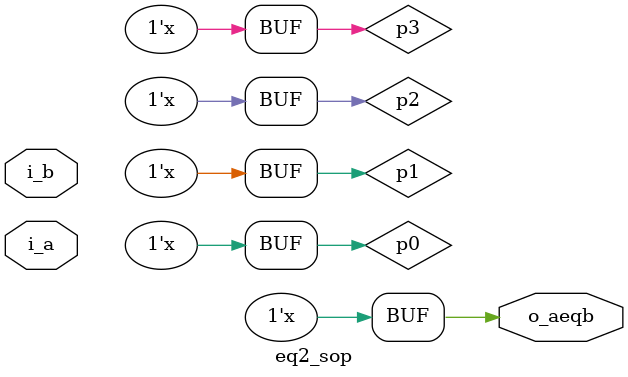
<source format=sv>
module eq2_sop
( 
    input var logic [1:0] i_a, i_b,
    output var logic o_aeqb
);

logic p0, p1, p2, p3;

assign o_aeqb = p0 | p1 | p2 | p3;
assign p0 = (~a[1] & ~b[1]) & (~a[0] & ~b[0]);
assign p1 = (~a[1] & ~b[1]) & (a[0] & b[0]);
assign p2 = (a[1] & b[1]) & (~a[0] & ~b[0]);
assign p3 = (a[1] & b[1]) & (a[0] & b[0]);

endmodule
</source>
